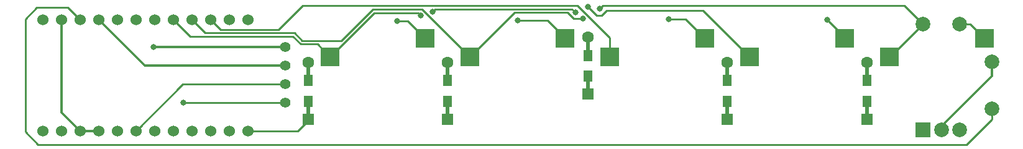
<source format=gbl>
%TF.GenerationSoftware,KiCad,Pcbnew,(5.99.0-12610-g07e01e6297)*%
%TF.CreationDate,2021-11-07T21:10:22+00:00*%
%TF.ProjectId,piccolo,70696363-6f6c-46f2-9e6b-696361645f70,rev?*%
%TF.SameCoordinates,Original*%
%TF.FileFunction,Copper,L2,Bot*%
%TF.FilePolarity,Positive*%
%FSLAX46Y46*%
G04 Gerber Fmt 4.6, Leading zero omitted, Abs format (unit mm)*
G04 Created by KiCad (PCBNEW (5.99.0-12610-g07e01e6297)) date 2021-11-07 21:10:22*
%MOMM*%
%LPD*%
G01*
G04 APERTURE LIST*
%TA.AperFunction,SMDPad,CuDef*%
%ADD10R,1.200000X1.600000*%
%TD*%
%TA.AperFunction,ComponentPad*%
%ADD11R,1.600000X1.600000*%
%TD*%
%TA.AperFunction,SMDPad,CuDef*%
%ADD12R,0.500000X2.900000*%
%TD*%
%TA.AperFunction,ComponentPad*%
%ADD13C,1.600000*%
%TD*%
%TA.AperFunction,SMDPad,CuDef*%
%ADD14R,2.550000X2.500000*%
%TD*%
%TA.AperFunction,ComponentPad*%
%ADD15C,1.397000*%
%TD*%
%TA.AperFunction,ComponentPad*%
%ADD16R,2.000000X2.000000*%
%TD*%
%TA.AperFunction,ComponentPad*%
%ADD17C,2.000000*%
%TD*%
%TA.AperFunction,ComponentPad*%
%ADD18C,1.524000*%
%TD*%
%TA.AperFunction,ViaPad*%
%ADD19C,0.800000*%
%TD*%
%TA.AperFunction,Conductor*%
%ADD20C,0.250000*%
%TD*%
%TA.AperFunction,Conductor*%
%ADD21C,0.380000*%
%TD*%
G04 APERTURE END LIST*
D10*
%TO.P,D1,1,K*%
%TO.N,row0*%
X86776000Y-52750000D03*
D11*
X86776000Y-55250000D03*
D12*
X86776000Y-53850000D03*
%TO.P,D1,2,A*%
%TO.N,Net-(D1-Pad2)*%
X86776000Y-48850000D03*
D13*
X86776000Y-47450000D03*
D10*
X86776000Y-49950000D03*
%TD*%
D12*
%TO.P,D2,1,K*%
%TO.N,row0*%
X105776000Y-53850000D03*
D10*
X105776000Y-52750000D03*
D11*
X105776000Y-55250000D03*
D13*
%TO.P,D2,2,A*%
%TO.N,Net-(D2-Pad2)*%
X105776000Y-47450000D03*
D12*
X105776000Y-48850000D03*
D10*
X105776000Y-49950000D03*
%TD*%
D11*
%TO.P,D3,1,K*%
%TO.N,row0*%
X124876000Y-51811000D03*
D12*
X124876000Y-50411000D03*
D10*
X124876000Y-49311000D03*
D13*
%TO.P,D3,2,A*%
%TO.N,Net-(D3-Pad2)*%
X124876000Y-44011000D03*
D12*
X124876000Y-45411000D03*
D10*
X124876000Y-46511000D03*
%TD*%
D12*
%TO.P,D4,1,K*%
%TO.N,row1*%
X143876000Y-53850000D03*
D11*
X143876000Y-55250000D03*
D10*
X143876000Y-52750000D03*
%TO.P,D4,2,A*%
%TO.N,Net-(D4-Pad2)*%
X143876000Y-49950000D03*
D12*
X143876000Y-48850000D03*
D13*
X143876000Y-47450000D03*
%TD*%
D10*
%TO.P,D5,1,K*%
%TO.N,row1*%
X162876000Y-52750000D03*
D11*
X162876000Y-55250000D03*
D12*
X162876000Y-53850000D03*
D13*
%TO.P,D5,2,A*%
%TO.N,Net-(D5-Pad2)*%
X162876000Y-47450000D03*
D10*
X162876000Y-49950000D03*
D12*
X162876000Y-48850000D03*
%TD*%
D14*
%TO.P,MX1,1,COL*%
%TO.N,col0*%
X89752500Y-46672500D03*
%TO.P,MX1,2,ROW*%
%TO.N,Net-(D1-Pad2)*%
X102679500Y-44132500D03*
%TD*%
%TO.P,MX2,1,COL*%
%TO.N,col1*%
X108802500Y-46672500D03*
%TO.P,MX2,2,ROW*%
%TO.N,Net-(D2-Pad2)*%
X121729500Y-44132500D03*
%TD*%
%TO.P,MX3,1,COL*%
%TO.N,col2*%
X127852500Y-46672500D03*
%TO.P,MX3,2,ROW*%
%TO.N,Net-(D3-Pad2)*%
X140779500Y-44132500D03*
%TD*%
%TO.P,MX4,1,COL*%
%TO.N,col0*%
X146902500Y-46672500D03*
%TO.P,MX4,2,ROW*%
%TO.N,Net-(D4-Pad2)*%
X159829500Y-44132500D03*
%TD*%
D15*
%TO.P,OL1,4,GND*%
%TO.N,GND*%
X83693000Y-45339000D03*
%TO.P,OL1,3,VCC*%
%TO.N,VCC*%
X83693000Y-47879000D03*
%TO.P,OL1,2,SCL*%
%TO.N,SCL*%
X83693000Y-50419000D03*
%TO.P,OL1,1,SDA*%
%TO.N,SDA*%
X83693000Y-52959000D03*
%TD*%
D16*
%TO.P,ENC1,A,A*%
%TO.N,EncoderA*%
X170537500Y-56712500D03*
D17*
%TO.P,ENC1,B,B*%
%TO.N,EncoderB*%
X175537500Y-56712500D03*
%TO.P,ENC1,C,C*%
%TO.N,GND*%
X173037500Y-56712500D03*
%TO.P,ENC1,S1,S1*%
%TO.N,Net-(D5-Pad2)*%
X175537500Y-42212500D03*
%TO.P,ENC1,S2,S2*%
%TO.N,col1*%
X170537500Y-42212500D03*
%TD*%
D14*
%TO.P,MX5,1,COL*%
%TO.N,col1*%
X165952500Y-46672500D03*
%TO.P,MX5,2,ROW*%
%TO.N,Net-(D5-Pad2)*%
X178879500Y-44132500D03*
%TD*%
D18*
%TO.P,U1,1,TX0/PD3*%
%TO.N,unconnected-(U1-Pad1)*%
X50609500Y-56823900D03*
%TO.P,U1,2,RX1/PD2*%
%TO.N,unconnected-(U1-Pad2)*%
X53149500Y-56823900D03*
%TO.P,U1,3,GND*%
%TO.N,GND*%
X55689500Y-56823900D03*
%TO.P,U1,4,GND*%
X58229500Y-56823900D03*
%TO.P,U1,5,2/PD1*%
%TO.N,SDA*%
X60769500Y-56823900D03*
%TO.P,U1,6,3/PD0*%
%TO.N,SCL*%
X63309500Y-56823900D03*
%TO.P,U1,7,4/PD4*%
%TO.N,unconnected-(U1-Pad7)*%
X65849500Y-56823900D03*
%TO.P,U1,8,5/PC6*%
%TO.N,unconnected-(U1-Pad8)*%
X68389500Y-56823900D03*
%TO.P,U1,9,6/PD7*%
%TO.N,EncoderB*%
X70929500Y-56823900D03*
%TO.P,U1,10,7/PE6*%
%TO.N,EncoderA*%
X73469500Y-56823900D03*
%TO.P,U1,11,8/PB4*%
%TO.N,unconnected-(U1-Pad11)*%
X76009500Y-56823900D03*
%TO.P,U1,12,9/PB5*%
%TO.N,row0*%
X78549500Y-56823900D03*
%TO.P,U1,13,10/PB6*%
%TO.N,row1*%
X78549500Y-41603900D03*
%TO.P,U1,14,16/PB2*%
%TO.N,unconnected-(U1-Pad14)*%
X76009500Y-41603900D03*
%TO.P,U1,15,14/PB3*%
%TO.N,col2*%
X73469500Y-41603900D03*
%TO.P,U1,16,15/PB1*%
%TO.N,col1*%
X70929500Y-41603900D03*
%TO.P,U1,17,A0/PF7*%
%TO.N,col0*%
X68389500Y-41603900D03*
%TO.P,U1,18,A1/PF6*%
%TO.N,unconnected-(U1-Pad18)*%
X65849500Y-41603900D03*
%TO.P,U1,19,A2/PF5*%
%TO.N,unconnected-(U1-Pad19)*%
X63309500Y-41603900D03*
%TO.P,U1,20,A3/PF4*%
%TO.N,unconnected-(U1-Pad20)*%
X60769500Y-41603900D03*
%TO.P,U1,21,VCC*%
%TO.N,VCC*%
X58229500Y-41603900D03*
%TO.P,U1,22,RST*%
%TO.N,Reset*%
X55689500Y-41603900D03*
%TO.P,U1,23,GND*%
%TO.N,GND*%
X53149500Y-41603900D03*
%TO.P,U1,24,RAW*%
%TO.N,unconnected-(U1-Pad24)*%
X50609500Y-41603900D03*
%TD*%
D17*
%TO.P,RESET1,1,1*%
%TO.N,Reset*%
X179900000Y-53850000D03*
%TO.P,RESET1,2,2*%
%TO.N,GND*%
X179900000Y-47350000D03*
%TD*%
D19*
%TO.N,Net-(D1-Pad2)*%
X98900000Y-41800000D03*
%TO.N,Net-(D2-Pad2)*%
X115300000Y-41711000D03*
%TO.N,Net-(D3-Pad2)*%
X135876000Y-41511000D03*
%TO.N,Net-(D4-Pad2)*%
X157500000Y-41600000D03*
%TO.N,col0*%
X102100000Y-41000000D03*
X124900000Y-39800000D03*
X123190000Y-40640000D03*
X103700000Y-40524500D03*
%TO.N,col1*%
X124211349Y-41486651D03*
X126500000Y-40100000D03*
%TO.N,GND*%
X65750000Y-45350000D03*
%TO.N,SDA*%
X69800000Y-52950000D03*
%TD*%
D20*
%TO.N,SDA*%
X69809000Y-52959000D02*
X69800000Y-52950000D01*
X81407000Y-52959000D02*
X69809000Y-52959000D01*
%TO.N,SCL*%
X69714400Y-50419000D02*
X81426000Y-50419000D01*
X63309500Y-56823900D02*
X69714400Y-50419000D01*
D21*
%TO.N,VCC*%
X64504600Y-47879000D02*
X58229500Y-41603900D01*
X81426000Y-47879000D02*
X64504600Y-47879000D01*
%TO.N,GND*%
X65761000Y-45339000D02*
X65750000Y-45350000D01*
X83693000Y-45339000D02*
X65761000Y-45339000D01*
D20*
%TO.N,Net-(D1-Pad2)*%
X100347000Y-41800000D02*
X102679500Y-44132500D01*
X98900000Y-41800000D02*
X100347000Y-41800000D01*
%TO.N,row0*%
X85378900Y-56821100D02*
X78549500Y-56821100D01*
X86776000Y-55424000D02*
X85378900Y-56821100D01*
%TO.N,Net-(D2-Pad2)*%
X121729500Y-44064500D02*
X121729500Y-44132500D01*
X119376000Y-41711000D02*
X121729500Y-44064500D01*
X115300000Y-41711000D02*
X119376000Y-41711000D01*
%TO.N,Net-(D3-Pad2)*%
X138158000Y-41511000D02*
X140779500Y-44132500D01*
X135876000Y-41511000D02*
X138158000Y-41511000D01*
%TO.N,Net-(D4-Pad2)*%
X159829500Y-43964500D02*
X159829500Y-44132500D01*
X157500000Y-41600000D02*
X157500000Y-41635000D01*
X157500000Y-41635000D02*
X159829500Y-43964500D01*
%TO.N,Net-(D5-Pad2)*%
X178879500Y-44132500D02*
X176959500Y-42212500D01*
X176959500Y-42212500D02*
X175537500Y-42212500D01*
%TO.N,col0*%
X124900000Y-39800000D02*
X126118713Y-41018713D01*
X127471990Y-40328010D02*
X140558010Y-40328010D01*
X95775480Y-40649520D02*
X89752500Y-46672500D01*
X126118713Y-41018713D02*
X126781287Y-41018713D01*
X85788500Y-44958000D02*
X84714019Y-43883519D01*
X104074980Y-40149520D02*
X122699520Y-40149520D01*
X140558010Y-40328010D02*
X146902500Y-46672500D01*
X102100000Y-41000000D02*
X101749520Y-40649520D01*
X84714019Y-43883519D02*
X70671919Y-43883519D01*
X122699520Y-40149520D02*
X123190000Y-40640000D01*
X103700000Y-40524500D02*
X104074980Y-40149520D01*
X126781287Y-41018713D02*
X127471990Y-40328010D01*
X89752500Y-46672500D02*
X88038000Y-44958000D01*
X101749520Y-40649520D02*
X95775480Y-40649520D01*
X88038000Y-44958000D02*
X85788500Y-44958000D01*
X70671919Y-43883519D02*
X68389500Y-41601100D01*
%TO.N,col1*%
X126500000Y-40100000D02*
X126900000Y-39700000D01*
X122963649Y-41486651D02*
X122076038Y-40599040D01*
X72762399Y-43433999D02*
X70929500Y-41601100D01*
X95589282Y-40200000D02*
X91281293Y-44507989D01*
X124211349Y-41486651D02*
X122963649Y-41486651D01*
X126900000Y-39700000D02*
X168025000Y-39700000D01*
X84900909Y-43433999D02*
X72762399Y-43433999D01*
X102330000Y-40200000D02*
X95589282Y-40200000D01*
X166077500Y-46672500D02*
X165952500Y-46672500D01*
X168025000Y-39700000D02*
X170537500Y-42212500D01*
X108802500Y-46672500D02*
X102330000Y-40200000D01*
X122076038Y-40599040D02*
X114875960Y-40599040D01*
X170537500Y-42212500D02*
X166077500Y-46672500D01*
X85974899Y-44507989D02*
X84900909Y-43433999D01*
X91281293Y-44507989D02*
X85974899Y-44507989D01*
X114875960Y-40599040D02*
X108802500Y-46672500D01*
%TO.N,col2*%
X74852389Y-42983989D02*
X73469500Y-41601100D01*
X127852500Y-46672500D02*
X127852500Y-44102496D01*
X86031410Y-39700000D02*
X82747421Y-42983989D01*
X123450004Y-39700000D02*
X86031410Y-39700000D01*
X82747421Y-42983989D02*
X74852389Y-42983989D01*
X127852500Y-44102496D02*
X123450004Y-39700000D01*
D21*
%TO.N,GND*%
X55689500Y-56823900D02*
X58229500Y-56823900D01*
X179900000Y-47350000D02*
X179900000Y-49300000D01*
X173037500Y-56162500D02*
X173037500Y-56712500D01*
X53149500Y-54283900D02*
X55689500Y-56823900D01*
X179900000Y-49300000D02*
X173037500Y-56162500D01*
X53149500Y-41603900D02*
X53149500Y-54283900D01*
D20*
%TO.N,Reset*%
X176464213Y-58700000D02*
X50000000Y-58700000D01*
X179900000Y-55264213D02*
X176464213Y-58700000D01*
X48250000Y-56950000D02*
X48250000Y-41500000D01*
X48250000Y-41500000D02*
X49800000Y-39950000D01*
X179900000Y-53850000D02*
X179900000Y-55264213D01*
X50000000Y-58700000D02*
X48250000Y-56950000D01*
X54035600Y-39950000D02*
X55689500Y-41603900D01*
X49800000Y-39950000D02*
X54035600Y-39950000D01*
%TO.N,SCL*%
X81426000Y-50419000D02*
X83693000Y-50419000D01*
D21*
%TO.N,VCC*%
X81426000Y-47879000D02*
X83693000Y-47879000D01*
D20*
%TO.N,GND*%
X83693000Y-45339000D02*
X81426000Y-45339000D01*
%TO.N,SDA*%
X81407000Y-52959000D02*
X83693000Y-52959000D01*
%TD*%
M02*

</source>
